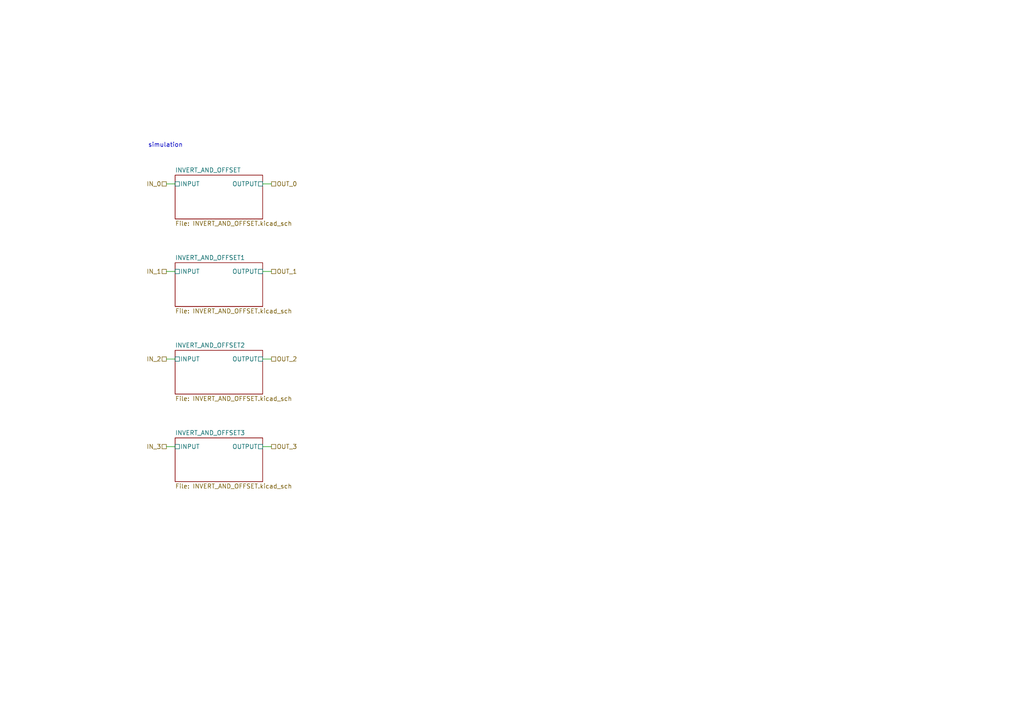
<source format=kicad_sch>
(kicad_sch
	(version 20231120)
	(generator "eeschema")
	(generator_version "8.0")
	(uuid "90e24bb9-f10f-4b83-ac24-c2b24b707dee")
	(paper "A4")
	(lib_symbols)
	(wire
		(pts
			(xy 48.26 129.54) (xy 50.8 129.54)
		)
		(stroke
			(width 0)
			(type default)
		)
		(uuid "23733cd4-d55f-4ba7-8ae3-6d5a50492cd0")
	)
	(wire
		(pts
			(xy 76.2 78.74) (xy 78.74 78.74)
		)
		(stroke
			(width 0)
			(type default)
		)
		(uuid "26e3fbcd-e9e6-4788-8c5f-eaaf5397f172")
	)
	(wire
		(pts
			(xy 48.26 104.14) (xy 50.8 104.14)
		)
		(stroke
			(width 0)
			(type default)
		)
		(uuid "51031bc1-4b9b-4c72-8cd4-50fd1d562d4d")
	)
	(wire
		(pts
			(xy 76.2 53.34) (xy 78.74 53.34)
		)
		(stroke
			(width 0)
			(type default)
		)
		(uuid "5a5441e2-0a8d-499f-9460-945a7690bb81")
	)
	(wire
		(pts
			(xy 76.2 104.14) (xy 78.74 104.14)
		)
		(stroke
			(width 0)
			(type default)
		)
		(uuid "70f0200a-6b65-4c57-b58c-251819a558f9")
	)
	(wire
		(pts
			(xy 48.26 53.34) (xy 50.8 53.34)
		)
		(stroke
			(width 0)
			(type default)
		)
		(uuid "a0539978-27dd-4dc6-87f0-5f43a6307b72")
	)
	(wire
		(pts
			(xy 76.2 129.54) (xy 78.74 129.54)
		)
		(stroke
			(width 0)
			(type default)
		)
		(uuid "a9de1e2d-d8db-4448-8105-000acff7ac7b")
	)
	(wire
		(pts
			(xy 48.26 78.74) (xy 50.8 78.74)
		)
		(stroke
			(width 0)
			(type default)
		)
		(uuid "c3fad15f-f00c-41b1-9a45-af8eb4b1c6ac")
	)
	(text "simulation"
		(exclude_from_sim no)
		(at 48.006 42.164 0)
		(effects
			(font
				(size 1.27 1.27)
			)
			(href "https://www.falstad.com/circuit/circuitjs.html?ctz=CQAgjCAMB0l3BWEAWaA2ATGNBmHmwEAOATg2RJAUipRyoFMBaMMAKAEMQW1wyQSvMPyIgc0ejTDx44aCSLwsuNAHYSyDKtFh56kgcNGDOmZDYAnbtnCreLDDrtQq08wHdrQ5zwG9zVr6CfiFS1HBsnsHRQvweIcIYtrFJ8Q5O9onJUJZeIBiQoun5hS5uEQBK1o4lRWDOBaI0NMg04pIuMAi5vo15jk3g4eYA5v1Edbw4kMidbFUs-PX2GAje-mIozdDIyEgY0GA4g11sAPYgvIOtCrQwcISYSDSiU3e09IOi9NJlbWxAA")
		)
		(uuid "924acfe5-0809-40bd-8d6a-c4b311b2f24d")
	)
	(hierarchical_label "OUT_2"
		(shape passive)
		(at 78.74 104.14 0)
		(fields_autoplaced yes)
		(effects
			(font
				(size 1.27 1.27)
			)
			(justify left)
		)
		(uuid "3f8cef54-8efd-4ead-9556-fc3b7ad28db7")
	)
	(hierarchical_label "IN_3"
		(shape passive)
		(at 48.26 129.54 180)
		(fields_autoplaced yes)
		(effects
			(font
				(size 1.27 1.27)
			)
			(justify right)
		)
		(uuid "47cd1bb0-0f13-4a12-ba7f-e6164b5fdcb7")
	)
	(hierarchical_label "IN_0"
		(shape passive)
		(at 48.26 53.34 180)
		(fields_autoplaced yes)
		(effects
			(font
				(size 1.27 1.27)
			)
			(justify right)
		)
		(uuid "4d2ebdd1-f338-47cb-8128-66f63e67d79e")
	)
	(hierarchical_label "OUT_0"
		(shape passive)
		(at 78.74 53.34 0)
		(fields_autoplaced yes)
		(effects
			(font
				(size 1.27 1.27)
			)
			(justify left)
		)
		(uuid "95cd6853-74b1-459d-a9d6-58c93075f31a")
	)
	(hierarchical_label "IN_2"
		(shape passive)
		(at 48.26 104.14 180)
		(fields_autoplaced yes)
		(effects
			(font
				(size 1.27 1.27)
			)
			(justify right)
		)
		(uuid "a5b64849-363a-4bb0-9436-8e26a00ec62e")
	)
	(hierarchical_label "OUT_1"
		(shape passive)
		(at 78.74 78.74 0)
		(fields_autoplaced yes)
		(effects
			(font
				(size 1.27 1.27)
			)
			(justify left)
		)
		(uuid "ca516fbc-08f9-4bc2-9923-ca2dc85560b8")
	)
	(hierarchical_label "OUT_3"
		(shape passive)
		(at 78.74 129.54 0)
		(fields_autoplaced yes)
		(effects
			(font
				(size 1.27 1.27)
			)
			(justify left)
		)
		(uuid "da56af14-e4d2-4f21-87de-5578cebcffac")
	)
	(hierarchical_label "IN_1"
		(shape passive)
		(at 48.26 78.74 180)
		(fields_autoplaced yes)
		(effects
			(font
				(size 1.27 1.27)
			)
			(justify right)
		)
		(uuid "e140b3a0-7a02-437b-8943-b11b2bcea8ad")
	)
	(sheet
		(at 50.8 101.6)
		(size 25.4 12.7)
		(fields_autoplaced yes)
		(stroke
			(width 0.1524)
			(type solid)
		)
		(fill
			(color 0 0 0 0.0000)
		)
		(uuid "09f61d21-4a2b-45e2-8853-b9af0ae4824d")
		(property "Sheetname" "INVERT_AND_OFFSET2"
			(at 50.8 100.8884 0)
			(effects
				(font
					(size 1.27 1.27)
				)
				(justify left bottom)
			)
		)
		(property "Sheetfile" "INVERT_AND_OFFSET.kicad_sch"
			(at 50.8 114.8846 0)
			(effects
				(font
					(size 1.27 1.27)
				)
				(justify left top)
			)
		)
		(pin "INPUT" passive
			(at 50.8 104.14 180)
			(effects
				(font
					(size 1.27 1.27)
				)
				(justify left)
			)
			(uuid "9b69ec65-656b-4a42-899f-8982b9bfeb0d")
		)
		(pin "OUTPUT" passive
			(at 76.2 104.14 0)
			(effects
				(font
					(size 1.27 1.27)
				)
				(justify right)
			)
			(uuid "12d0b345-cd5a-432d-b2e2-8f4c6dc544fa")
		)
		(instances
			(project "PCBA-PBF4"
				(path "/e5217a0c-7f55-4c30-adda-7f8d95709d1b/f11244e5-edfa-4a1c-82c1-5fd344dae0be"
					(page "18")
				)
			)
		)
	)
	(sheet
		(at 50.8 50.8)
		(size 25.4 12.7)
		(fields_autoplaced yes)
		(stroke
			(width 0.1524)
			(type solid)
		)
		(fill
			(color 0 0 0 0.0000)
		)
		(uuid "33448a19-b58d-4ff0-94fd-9676e3eda940")
		(property "Sheetname" "INVERT_AND_OFFSET"
			(at 50.8 50.0884 0)
			(effects
				(font
					(size 1.27 1.27)
				)
				(justify left bottom)
			)
		)
		(property "Sheetfile" "INVERT_AND_OFFSET.kicad_sch"
			(at 50.8 64.0846 0)
			(effects
				(font
					(size 1.27 1.27)
				)
				(justify left top)
			)
		)
		(pin "INPUT" passive
			(at 50.8 53.34 180)
			(effects
				(font
					(size 1.27 1.27)
				)
				(justify left)
			)
			(uuid "2042af9b-7f55-4e7c-b7cb-c851443ec738")
		)
		(pin "OUTPUT" passive
			(at 76.2 53.34 0)
			(effects
				(font
					(size 1.27 1.27)
				)
				(justify right)
			)
			(uuid "07f90fd3-7c2e-4694-9209-45d0dfc289fe")
		)
		(instances
			(project "PCBA-PBF4"
				(path "/e5217a0c-7f55-4c30-adda-7f8d95709d1b/f11244e5-edfa-4a1c-82c1-5fd344dae0be"
					(page "16")
				)
			)
		)
	)
	(sheet
		(at 50.8 127)
		(size 25.4 12.7)
		(fields_autoplaced yes)
		(stroke
			(width 0.1524)
			(type solid)
		)
		(fill
			(color 0 0 0 0.0000)
		)
		(uuid "da263848-1d8f-422c-a8e1-20de463ca9fe")
		(property "Sheetname" "INVERT_AND_OFFSET3"
			(at 50.8 126.2884 0)
			(effects
				(font
					(size 1.27 1.27)
				)
				(justify left bottom)
			)
		)
		(property "Sheetfile" "INVERT_AND_OFFSET.kicad_sch"
			(at 50.8 140.2846 0)
			(effects
				(font
					(size 1.27 1.27)
				)
				(justify left top)
			)
		)
		(pin "INPUT" passive
			(at 50.8 129.54 180)
			(effects
				(font
					(size 1.27 1.27)
				)
				(justify left)
			)
			(uuid "1be9339a-ebcc-4da8-afc9-67ed03110b2a")
		)
		(pin "OUTPUT" passive
			(at 76.2 129.54 0)
			(effects
				(font
					(size 1.27 1.27)
				)
				(justify right)
			)
			(uuid "a550100a-f3f2-4346-b7b6-faefa935c030")
		)
		(instances
			(project "PCBA-PBF4"
				(path "/e5217a0c-7f55-4c30-adda-7f8d95709d1b/f11244e5-edfa-4a1c-82c1-5fd344dae0be"
					(page "19")
				)
			)
		)
	)
	(sheet
		(at 50.8 76.2)
		(size 25.4 12.7)
		(fields_autoplaced yes)
		(stroke
			(width 0.1524)
			(type solid)
		)
		(fill
			(color 0 0 0 0.0000)
		)
		(uuid "e031fb9f-14b0-458e-86d1-4681a59bf3f4")
		(property "Sheetname" "INVERT_AND_OFFSET1"
			(at 50.8 75.4884 0)
			(effects
				(font
					(size 1.27 1.27)
				)
				(justify left bottom)
			)
		)
		(property "Sheetfile" "INVERT_AND_OFFSET.kicad_sch"
			(at 50.8 89.4846 0)
			(effects
				(font
					(size 1.27 1.27)
				)
				(justify left top)
			)
		)
		(pin "INPUT" passive
			(at 50.8 78.74 180)
			(effects
				(font
					(size 1.27 1.27)
				)
				(justify left)
			)
			(uuid "57d95259-5a17-4a3d-9d76-30c128494e1f")
		)
		(pin "OUTPUT" passive
			(at 76.2 78.74 0)
			(effects
				(font
					(size 1.27 1.27)
				)
				(justify right)
			)
			(uuid "e3c04f43-9364-4275-a7c8-bf9ef6b47803")
		)
		(instances
			(project "PCBA-PBF4"
				(path "/e5217a0c-7f55-4c30-adda-7f8d95709d1b/f11244e5-edfa-4a1c-82c1-5fd344dae0be"
					(page "17")
				)
			)
		)
	)
)

</source>
